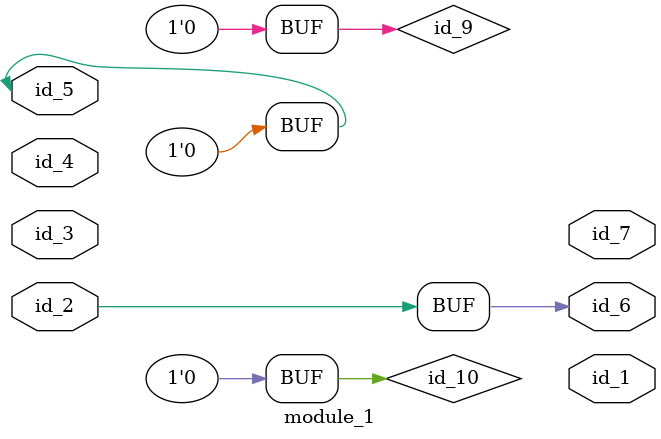
<source format=v>
module module_0 (
    id_1
);
  inout wire id_1;
  wire id_2;
  wire id_3 = id_2;
  integer id_4;
endmodule
module module_1 (
    id_1,
    id_2,
    id_3,
    id_4,
    id_5,
    id_6,
    id_7
);
  output wire id_7;
  output wire id_6;
  inout wire id_5;
  input wire id_4;
  input wire id_3;
  inout wire id_2;
  output wire id_1;
  always id_6 = id_2;
  wor id_8, id_9, id_10;
  assign id_9 = !1;
  wire id_11;
  wire id_12;
  module_0 modCall_1 (id_11);
  assign id_10 = 1'b0;
  always id_5 = 1'b0;
endmodule

</source>
